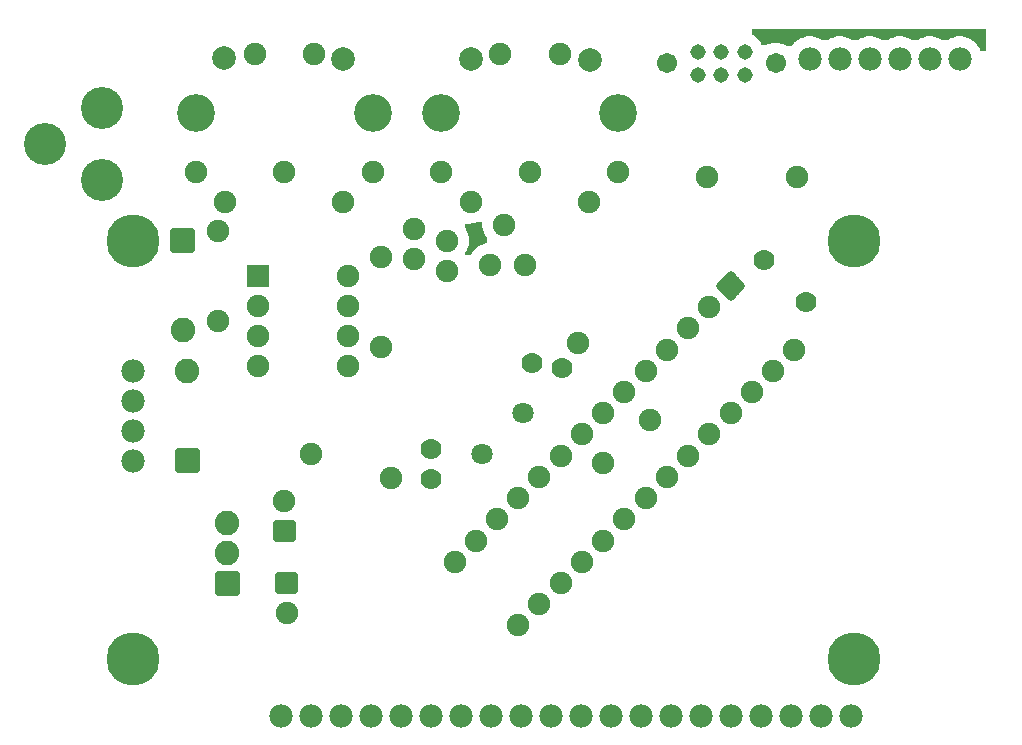
<source format=gtl>
G04 MADE WITH FRITZING*
G04 WWW.FRITZING.ORG*
G04 DOUBLE SIDED*
G04 HOLES PLATED*
G04 CONTOUR ON CENTER OF CONTOUR VECTOR*
%ASAXBY*%
%FSLAX23Y23*%
%MOIN*%
%OFA0B0*%
%SFA1.0B1.0*%
%ADD10C,0.051496*%
%ADD11C,0.067244*%
%ADD12C,0.075000*%
%ADD13C,0.082000*%
%ADD14C,0.078740*%
%ADD15C,0.078000*%
%ADD16C,0.177165*%
%ADD17C,0.070925*%
%ADD18C,0.070866*%
%ADD19C,0.070000*%
%ADD20C,0.126000*%
%ADD21C,0.140000*%
%ADD22R,0.075000X0.075000*%
%ADD23C,0.020000*%
%LNCOPPER1*%
G90*
G70*
G54D10*
X2289Y2281D03*
X2289Y2202D03*
X2368Y2281D03*
X2368Y2202D03*
X2447Y2281D03*
X2447Y2202D03*
G54D11*
X2549Y2242D03*
X2187Y2242D03*
G54D10*
X2289Y2281D03*
X2289Y2202D03*
X2368Y2281D03*
X2368Y2202D03*
X2447Y2281D03*
X2447Y2202D03*
G54D11*
X2549Y2242D03*
X2187Y2242D03*
G54D12*
X1234Y1596D03*
X1234Y1296D03*
G54D13*
X573Y1651D03*
X573Y1353D03*
G54D12*
X1266Y861D03*
X999Y940D03*
G54D14*
X1931Y2253D03*
X1108Y2257D03*
X1533Y2257D03*
X710Y2261D03*
G54D15*
X407Y918D03*
X407Y1018D03*
X407Y1118D03*
X407Y1218D03*
G54D12*
X1715Y1570D03*
X1892Y1309D03*
G54D15*
X2802Y68D03*
X2702Y68D03*
X2602Y68D03*
X2502Y68D03*
X2402Y68D03*
X2302Y68D03*
X2202Y68D03*
X2102Y68D03*
X2002Y68D03*
X1902Y68D03*
X1802Y68D03*
X1702Y68D03*
X1602Y68D03*
X1502Y68D03*
X1402Y68D03*
X1302Y68D03*
X1202Y68D03*
X1102Y68D03*
X1002Y68D03*
X902Y68D03*
G54D16*
X407Y257D03*
X407Y1651D03*
X2812Y257D03*
X2812Y1651D03*
G54D12*
X2399Y1500D03*
X2611Y1288D03*
X2328Y1429D03*
X2540Y1217D03*
X2257Y1359D03*
X2469Y1146D03*
X2187Y1288D03*
X2399Y1076D03*
X2116Y1217D03*
X2328Y1005D03*
X2045Y1146D03*
X2257Y934D03*
X1975Y1076D03*
X2187Y864D03*
X1904Y1005D03*
X2116Y793D03*
X1833Y934D03*
X2045Y722D03*
X1762Y864D03*
X1975Y651D03*
X1692Y793D03*
X1904Y581D03*
X1621Y722D03*
X1833Y510D03*
X1550Y651D03*
X1762Y439D03*
X1480Y581D03*
X1692Y369D03*
G54D17*
X1570Y940D03*
G54D18*
X1706Y1076D03*
G54D19*
X1738Y1242D03*
X1837Y1228D03*
X1399Y856D03*
X1399Y956D03*
G54D12*
X1206Y1879D03*
X1108Y1781D03*
X911Y1879D03*
X714Y1781D03*
X616Y1879D03*
X1010Y2273D03*
G54D20*
X616Y2076D03*
X1206Y2076D03*
G54D12*
X813Y2273D03*
X2025Y1879D03*
X1927Y1781D03*
X1730Y1879D03*
X1533Y1781D03*
X1435Y1879D03*
X1829Y2273D03*
G54D20*
X1435Y2076D03*
X2025Y2076D03*
G54D12*
X1632Y2273D03*
G54D21*
X305Y1852D03*
X305Y2092D03*
X115Y1972D03*
G54D13*
X722Y509D03*
X722Y609D03*
X722Y709D03*
G54D12*
X911Y683D03*
X911Y783D03*
X919Y509D03*
X919Y409D03*
G54D13*
X588Y919D03*
X588Y1217D03*
G54D15*
X3163Y2257D03*
X3063Y2257D03*
X2963Y2257D03*
X2863Y2257D03*
X2763Y2257D03*
X2663Y2257D03*
G54D12*
X825Y1534D03*
X1125Y1534D03*
X825Y1434D03*
X1125Y1434D03*
X825Y1334D03*
X1125Y1334D03*
X825Y1234D03*
X1125Y1234D03*
X691Y1683D03*
X691Y1383D03*
G54D19*
X2510Y1588D03*
X2651Y1447D03*
G54D12*
X2321Y1864D03*
X2621Y1864D03*
X1344Y1690D03*
X1344Y1590D03*
X1455Y1651D03*
X1455Y1551D03*
X1644Y1704D03*
X1597Y1570D03*
X2132Y1053D03*
X1974Y911D03*
G54D22*
X825Y1534D03*
G36*
X2472Y2356D02*
X2472Y2336D01*
X2476Y2336D01*
X2476Y2334D01*
X2478Y2334D01*
X2478Y2332D01*
X3174Y2332D01*
X3174Y2330D01*
X3184Y2330D01*
X3184Y2328D01*
X3190Y2328D01*
X3190Y2326D01*
X3194Y2326D01*
X3194Y2324D01*
X3198Y2324D01*
X3198Y2322D01*
X3202Y2322D01*
X3202Y2320D01*
X3204Y2320D01*
X3204Y2318D01*
X3208Y2318D01*
X3208Y2316D01*
X3210Y2316D01*
X3210Y2314D01*
X3212Y2314D01*
X3212Y2312D01*
X3214Y2312D01*
X3214Y2310D01*
X3216Y2310D01*
X3216Y2308D01*
X3218Y2308D01*
X3218Y2306D01*
X3220Y2306D01*
X3220Y2304D01*
X3222Y2304D01*
X3222Y2300D01*
X3224Y2300D01*
X3224Y2298D01*
X3226Y2298D01*
X3226Y2294D01*
X3228Y2294D01*
X3228Y2292D01*
X3230Y2292D01*
X3230Y2288D01*
X3232Y2288D01*
X3232Y2282D01*
X3252Y2282D01*
X3252Y2356D01*
X2472Y2356D01*
G37*
D02*
G36*
X2482Y2332D02*
X2482Y2330D01*
X2484Y2330D01*
X2484Y2328D01*
X2486Y2328D01*
X2486Y2326D01*
X2488Y2326D01*
X2488Y2324D01*
X2490Y2324D01*
X2490Y2322D01*
X2492Y2322D01*
X2492Y2320D01*
X2494Y2320D01*
X2494Y2318D01*
X2496Y2318D01*
X2496Y2316D01*
X2498Y2316D01*
X2498Y2312D01*
X2500Y2312D01*
X2500Y2310D01*
X2564Y2310D01*
X2564Y2308D01*
X2572Y2308D01*
X2572Y2306D01*
X2576Y2306D01*
X2576Y2304D01*
X2580Y2304D01*
X2580Y2302D01*
X2584Y2302D01*
X2584Y2300D01*
X2604Y2300D01*
X2604Y2304D01*
X2606Y2304D01*
X2606Y2306D01*
X2608Y2306D01*
X2608Y2308D01*
X2610Y2308D01*
X2610Y2310D01*
X2612Y2310D01*
X2612Y2312D01*
X2614Y2312D01*
X2614Y2314D01*
X2616Y2314D01*
X2616Y2316D01*
X2620Y2316D01*
X2620Y2318D01*
X2622Y2318D01*
X2622Y2320D01*
X2626Y2320D01*
X2626Y2322D01*
X2628Y2322D01*
X2628Y2324D01*
X2632Y2324D01*
X2632Y2326D01*
X2638Y2326D01*
X2638Y2328D01*
X2644Y2328D01*
X2644Y2330D01*
X2652Y2330D01*
X2652Y2332D01*
X2482Y2332D01*
G37*
D02*
G36*
X2674Y2332D02*
X2674Y2330D01*
X2684Y2330D01*
X2684Y2328D01*
X2690Y2328D01*
X2690Y2326D01*
X2694Y2326D01*
X2694Y2324D01*
X2698Y2324D01*
X2698Y2322D01*
X2702Y2322D01*
X2702Y2320D01*
X2726Y2320D01*
X2726Y2322D01*
X2728Y2322D01*
X2728Y2324D01*
X2732Y2324D01*
X2732Y2326D01*
X2738Y2326D01*
X2738Y2328D01*
X2744Y2328D01*
X2744Y2330D01*
X2752Y2330D01*
X2752Y2332D01*
X2674Y2332D01*
G37*
D02*
G36*
X2774Y2332D02*
X2774Y2330D01*
X2784Y2330D01*
X2784Y2328D01*
X2790Y2328D01*
X2790Y2326D01*
X2794Y2326D01*
X2794Y2324D01*
X2798Y2324D01*
X2798Y2322D01*
X2802Y2322D01*
X2802Y2320D01*
X2826Y2320D01*
X2826Y2322D01*
X2828Y2322D01*
X2828Y2324D01*
X2832Y2324D01*
X2832Y2326D01*
X2838Y2326D01*
X2838Y2328D01*
X2844Y2328D01*
X2844Y2330D01*
X2852Y2330D01*
X2852Y2332D01*
X2774Y2332D01*
G37*
D02*
G36*
X2874Y2332D02*
X2874Y2330D01*
X2884Y2330D01*
X2884Y2328D01*
X2890Y2328D01*
X2890Y2326D01*
X2894Y2326D01*
X2894Y2324D01*
X2898Y2324D01*
X2898Y2322D01*
X2902Y2322D01*
X2902Y2320D01*
X2926Y2320D01*
X2926Y2322D01*
X2928Y2322D01*
X2928Y2324D01*
X2932Y2324D01*
X2932Y2326D01*
X2938Y2326D01*
X2938Y2328D01*
X2944Y2328D01*
X2944Y2330D01*
X2952Y2330D01*
X2952Y2332D01*
X2874Y2332D01*
G37*
D02*
G36*
X2974Y2332D02*
X2974Y2330D01*
X2984Y2330D01*
X2984Y2328D01*
X2990Y2328D01*
X2990Y2326D01*
X2994Y2326D01*
X2994Y2324D01*
X2998Y2324D01*
X2998Y2322D01*
X3002Y2322D01*
X3002Y2320D01*
X3026Y2320D01*
X3026Y2322D01*
X3028Y2322D01*
X3028Y2324D01*
X3032Y2324D01*
X3032Y2326D01*
X3038Y2326D01*
X3038Y2328D01*
X3044Y2328D01*
X3044Y2330D01*
X3052Y2330D01*
X3052Y2332D01*
X2974Y2332D01*
G37*
D02*
G36*
X3074Y2332D02*
X3074Y2330D01*
X3084Y2330D01*
X3084Y2328D01*
X3090Y2328D01*
X3090Y2326D01*
X3094Y2326D01*
X3094Y2324D01*
X3098Y2324D01*
X3098Y2322D01*
X3102Y2322D01*
X3102Y2320D01*
X3126Y2320D01*
X3126Y2322D01*
X3128Y2322D01*
X3128Y2324D01*
X3132Y2324D01*
X3132Y2326D01*
X3138Y2326D01*
X3138Y2328D01*
X3144Y2328D01*
X3144Y2330D01*
X3152Y2330D01*
X3152Y2332D01*
X3074Y2332D01*
G37*
D02*
G36*
X2500Y2310D02*
X2500Y2308D01*
X2502Y2308D01*
X2502Y2304D01*
X2522Y2304D01*
X2522Y2306D01*
X2526Y2306D01*
X2526Y2308D01*
X2534Y2308D01*
X2534Y2310D01*
X2500Y2310D01*
G37*
D02*
G36*
X1550Y1712D02*
X1550Y1710D01*
X1534Y1710D01*
X1534Y1708D01*
X1514Y1708D01*
X1514Y1692D01*
X1516Y1692D01*
X1516Y1688D01*
X1518Y1688D01*
X1518Y1684D01*
X1520Y1684D01*
X1520Y1680D01*
X1522Y1680D01*
X1522Y1676D01*
X1524Y1676D01*
X1524Y1668D01*
X1526Y1668D01*
X1526Y1634D01*
X1524Y1634D01*
X1524Y1628D01*
X1522Y1628D01*
X1522Y1622D01*
X1520Y1622D01*
X1520Y1618D01*
X1518Y1618D01*
X1518Y1616D01*
X1516Y1616D01*
X1516Y1612D01*
X1514Y1612D01*
X1514Y1604D01*
X1534Y1604D01*
X1534Y1608D01*
X1536Y1608D01*
X1536Y1610D01*
X1538Y1610D01*
X1538Y1614D01*
X1540Y1614D01*
X1540Y1616D01*
X1542Y1616D01*
X1542Y1618D01*
X1544Y1618D01*
X1544Y1620D01*
X1546Y1620D01*
X1546Y1622D01*
X1548Y1622D01*
X1548Y1624D01*
X1550Y1624D01*
X1550Y1626D01*
X1552Y1626D01*
X1552Y1628D01*
X1554Y1628D01*
X1554Y1630D01*
X1558Y1630D01*
X1558Y1632D01*
X1560Y1632D01*
X1560Y1634D01*
X1564Y1634D01*
X1564Y1636D01*
X1568Y1636D01*
X1568Y1638D01*
X1574Y1638D01*
X1574Y1640D01*
X1580Y1640D01*
X1580Y1642D01*
X1586Y1642D01*
X1586Y1662D01*
X1584Y1662D01*
X1584Y1666D01*
X1582Y1666D01*
X1582Y1670D01*
X1580Y1670D01*
X1580Y1674D01*
X1578Y1674D01*
X1578Y1678D01*
X1576Y1678D01*
X1576Y1684D01*
X1574Y1684D01*
X1574Y1692D01*
X1572Y1692D01*
X1572Y1712D01*
X1550Y1712D01*
G37*
D02*
G54D23*
X604Y1621D02*
X542Y1621D01*
X542Y1683D01*
X604Y1683D01*
X604Y1621D01*
D02*
X2438Y1500D02*
X2399Y1461D01*
X2360Y1500D01*
X2399Y1539D01*
X2438Y1500D01*
D02*
X691Y540D02*
X753Y540D01*
X753Y478D01*
X691Y478D01*
X691Y540D01*
D02*
X884Y710D02*
X939Y710D01*
X939Y655D01*
X884Y655D01*
X884Y710D01*
D02*
X947Y482D02*
X892Y482D01*
X892Y537D01*
X947Y537D01*
X947Y482D01*
D02*
X557Y949D02*
X619Y949D01*
X619Y887D01*
X557Y887D01*
X557Y949D01*
D02*
G04 End of Copper1*
M02*
</source>
